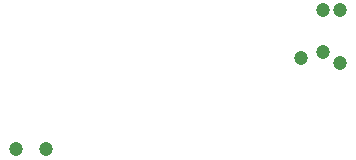
<source format=gbr>
%TF.GenerationSoftware,KiCad,Pcbnew,6.0.0*%
%TF.CreationDate,2022-01-14T21:47:45+01:00*%
%TF.ProjectId,cowmotics-aquarea,636f776d-6f74-4696-9373-2d6171756172,1*%
%TF.SameCoordinates,Original*%
%TF.FileFunction,Paste,Bot*%
%TF.FilePolarity,Positive*%
%FSLAX46Y46*%
G04 Gerber Fmt 4.6, Leading zero omitted, Abs format (unit mm)*
G04 Created by KiCad (PCBNEW 6.0.0) date 2022-01-14 21:47:45*
%MOMM*%
%LPD*%
G01*
G04 APERTURE LIST*
%ADD10C,1.198880*%
G04 APERTURE END LIST*
D10*
%TO.C,TP8*%
X167700000Y-113500000D03*
%TD*%
%TO.C,TP9*%
X169500000Y-109500000D03*
%TD*%
%TO.C,TP5*%
X146040000Y-121250000D03*
%TD*%
%TO.C,TP12*%
X171000000Y-109500000D03*
%TD*%
%TO.C,TP10*%
X169500000Y-113000000D03*
%TD*%
%TO.C,TP11*%
X171000000Y-114000000D03*
%TD*%
%TO.C,TP6*%
X143500000Y-121250000D03*
%TD*%
M02*

</source>
